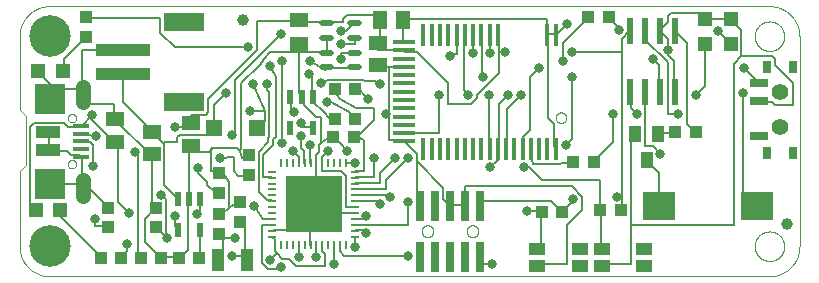
<source format=gtl>
G75*
%MOIN*%
%OFA0B0*%
%FSLAX25Y25*%
%IPPOS*%
%LPD*%
%AMOC8*
5,1,8,0,0,1.08239X$1,22.5*
%
%ADD10C,0.00000*%
%ADD11R,0.05906X0.04882*%
%ADD12R,0.03937X0.04331*%
%ADD13R,0.04724X0.04724*%
%ADD14R,0.04331X0.03937*%
%ADD15C,0.03937*%
%ADD16R,0.03937X0.03937*%
%ADD17C,0.13843*%
%ADD18R,0.09843X0.09843*%
%ADD19C,0.05150*%
%ADD20R,0.05315X0.01575*%
%ADD21R,0.07874X0.03937*%
%ADD22R,0.02165X0.04724*%
%ADD23R,0.05512X0.05512*%
%ADD24R,0.18110X0.03937*%
%ADD25R,0.13386X0.06299*%
%ADD26R,0.02953X0.00984*%
%ADD27R,0.00984X0.02953*%
%ADD28R,0.18504X0.18504*%
%ADD29R,0.04331X0.07480*%
%ADD30R,0.04882X0.05906*%
%ADD31R,0.01772X0.07283*%
%ADD32R,0.07283X0.01772*%
%ADD33C,0.02165*%
%ADD34R,0.06299X0.05118*%
%ADD35R,0.03937X0.05512*%
%ADD36R,0.10669X0.09488*%
%ADD37R,0.02992X0.10236*%
%ADD38R,0.02362X0.08661*%
%ADD39R,0.05512X0.04134*%
%ADD40R,0.05906X0.02756*%
%ADD41R,0.03150X0.03937*%
%ADD42C,0.05543*%
%ADD43C,0.00800*%
%ADD44C,0.03150*%
%ADD45C,0.00600*%
D10*
X0049095Y0045933D02*
X0289095Y0045933D01*
X0284174Y0055933D02*
X0284176Y0056073D01*
X0284182Y0056213D01*
X0284192Y0056352D01*
X0284206Y0056491D01*
X0284224Y0056630D01*
X0284245Y0056768D01*
X0284271Y0056906D01*
X0284301Y0057043D01*
X0284334Y0057178D01*
X0284372Y0057313D01*
X0284413Y0057447D01*
X0284458Y0057580D01*
X0284506Y0057711D01*
X0284559Y0057840D01*
X0284615Y0057969D01*
X0284674Y0058095D01*
X0284738Y0058220D01*
X0284804Y0058343D01*
X0284875Y0058464D01*
X0284948Y0058583D01*
X0285025Y0058700D01*
X0285106Y0058814D01*
X0285189Y0058926D01*
X0285276Y0059036D01*
X0285366Y0059144D01*
X0285458Y0059248D01*
X0285554Y0059350D01*
X0285653Y0059450D01*
X0285754Y0059546D01*
X0285858Y0059640D01*
X0285965Y0059730D01*
X0286074Y0059817D01*
X0286186Y0059902D01*
X0286300Y0059983D01*
X0286416Y0060061D01*
X0286534Y0060135D01*
X0286655Y0060206D01*
X0286777Y0060274D01*
X0286902Y0060338D01*
X0287028Y0060399D01*
X0287155Y0060456D01*
X0287285Y0060509D01*
X0287416Y0060559D01*
X0287548Y0060604D01*
X0287681Y0060647D01*
X0287816Y0060685D01*
X0287951Y0060719D01*
X0288088Y0060750D01*
X0288225Y0060777D01*
X0288363Y0060799D01*
X0288502Y0060818D01*
X0288641Y0060833D01*
X0288780Y0060844D01*
X0288920Y0060851D01*
X0289060Y0060854D01*
X0289200Y0060853D01*
X0289340Y0060848D01*
X0289479Y0060839D01*
X0289619Y0060826D01*
X0289758Y0060809D01*
X0289896Y0060788D01*
X0290034Y0060764D01*
X0290171Y0060735D01*
X0290307Y0060703D01*
X0290442Y0060666D01*
X0290576Y0060626D01*
X0290709Y0060582D01*
X0290840Y0060534D01*
X0290970Y0060483D01*
X0291099Y0060428D01*
X0291226Y0060369D01*
X0291351Y0060306D01*
X0291474Y0060241D01*
X0291596Y0060171D01*
X0291715Y0060098D01*
X0291833Y0060022D01*
X0291948Y0059943D01*
X0292061Y0059860D01*
X0292171Y0059774D01*
X0292279Y0059685D01*
X0292384Y0059593D01*
X0292487Y0059498D01*
X0292587Y0059400D01*
X0292684Y0059300D01*
X0292778Y0059196D01*
X0292870Y0059090D01*
X0292958Y0058982D01*
X0293043Y0058871D01*
X0293125Y0058757D01*
X0293204Y0058641D01*
X0293279Y0058524D01*
X0293351Y0058404D01*
X0293419Y0058282D01*
X0293484Y0058158D01*
X0293546Y0058032D01*
X0293604Y0057905D01*
X0293658Y0057776D01*
X0293709Y0057645D01*
X0293755Y0057513D01*
X0293798Y0057380D01*
X0293838Y0057246D01*
X0293873Y0057111D01*
X0293905Y0056974D01*
X0293932Y0056837D01*
X0293956Y0056699D01*
X0293976Y0056561D01*
X0293992Y0056422D01*
X0294004Y0056282D01*
X0294012Y0056143D01*
X0294016Y0056003D01*
X0294016Y0055863D01*
X0294012Y0055723D01*
X0294004Y0055584D01*
X0293992Y0055444D01*
X0293976Y0055305D01*
X0293956Y0055167D01*
X0293932Y0055029D01*
X0293905Y0054892D01*
X0293873Y0054755D01*
X0293838Y0054620D01*
X0293798Y0054486D01*
X0293755Y0054353D01*
X0293709Y0054221D01*
X0293658Y0054090D01*
X0293604Y0053961D01*
X0293546Y0053834D01*
X0293484Y0053708D01*
X0293419Y0053584D01*
X0293351Y0053462D01*
X0293279Y0053342D01*
X0293204Y0053225D01*
X0293125Y0053109D01*
X0293043Y0052995D01*
X0292958Y0052884D01*
X0292870Y0052776D01*
X0292778Y0052670D01*
X0292684Y0052566D01*
X0292587Y0052466D01*
X0292487Y0052368D01*
X0292384Y0052273D01*
X0292279Y0052181D01*
X0292171Y0052092D01*
X0292061Y0052006D01*
X0291948Y0051923D01*
X0291833Y0051844D01*
X0291715Y0051768D01*
X0291596Y0051695D01*
X0291474Y0051625D01*
X0291351Y0051560D01*
X0291226Y0051497D01*
X0291099Y0051438D01*
X0290970Y0051383D01*
X0290840Y0051332D01*
X0290709Y0051284D01*
X0290576Y0051240D01*
X0290442Y0051200D01*
X0290307Y0051163D01*
X0290171Y0051131D01*
X0290034Y0051102D01*
X0289896Y0051078D01*
X0289758Y0051057D01*
X0289619Y0051040D01*
X0289479Y0051027D01*
X0289340Y0051018D01*
X0289200Y0051013D01*
X0289060Y0051012D01*
X0288920Y0051015D01*
X0288780Y0051022D01*
X0288641Y0051033D01*
X0288502Y0051048D01*
X0288363Y0051067D01*
X0288225Y0051089D01*
X0288088Y0051116D01*
X0287951Y0051147D01*
X0287816Y0051181D01*
X0287681Y0051219D01*
X0287548Y0051262D01*
X0287416Y0051307D01*
X0287285Y0051357D01*
X0287155Y0051410D01*
X0287028Y0051467D01*
X0286902Y0051528D01*
X0286777Y0051592D01*
X0286655Y0051660D01*
X0286534Y0051731D01*
X0286416Y0051805D01*
X0286300Y0051883D01*
X0286186Y0051964D01*
X0286074Y0052049D01*
X0285965Y0052136D01*
X0285858Y0052226D01*
X0285754Y0052320D01*
X0285653Y0052416D01*
X0285554Y0052516D01*
X0285458Y0052618D01*
X0285366Y0052722D01*
X0285276Y0052830D01*
X0285189Y0052940D01*
X0285106Y0053052D01*
X0285025Y0053166D01*
X0284948Y0053283D01*
X0284875Y0053402D01*
X0284804Y0053523D01*
X0284738Y0053646D01*
X0284674Y0053771D01*
X0284615Y0053897D01*
X0284559Y0054026D01*
X0284506Y0054155D01*
X0284458Y0054286D01*
X0284413Y0054419D01*
X0284372Y0054553D01*
X0284334Y0054688D01*
X0284301Y0054823D01*
X0284271Y0054960D01*
X0284245Y0055098D01*
X0284224Y0055236D01*
X0284206Y0055375D01*
X0284192Y0055514D01*
X0284182Y0055653D01*
X0284176Y0055793D01*
X0284174Y0055933D01*
X0289095Y0045933D02*
X0289337Y0045936D01*
X0289578Y0045945D01*
X0289819Y0045959D01*
X0290060Y0045980D01*
X0290300Y0046006D01*
X0290540Y0046038D01*
X0290779Y0046076D01*
X0291016Y0046119D01*
X0291253Y0046169D01*
X0291488Y0046224D01*
X0291722Y0046284D01*
X0291954Y0046351D01*
X0292185Y0046422D01*
X0292414Y0046500D01*
X0292641Y0046583D01*
X0292866Y0046671D01*
X0293089Y0046765D01*
X0293309Y0046864D01*
X0293527Y0046969D01*
X0293742Y0047078D01*
X0293955Y0047193D01*
X0294165Y0047313D01*
X0294371Y0047438D01*
X0294575Y0047568D01*
X0294776Y0047703D01*
X0294973Y0047843D01*
X0295167Y0047987D01*
X0295357Y0048136D01*
X0295543Y0048290D01*
X0295726Y0048448D01*
X0295905Y0048610D01*
X0296080Y0048777D01*
X0296251Y0048948D01*
X0296418Y0049123D01*
X0296580Y0049302D01*
X0296738Y0049485D01*
X0296892Y0049671D01*
X0297041Y0049861D01*
X0297185Y0050055D01*
X0297325Y0050252D01*
X0297460Y0050453D01*
X0297590Y0050657D01*
X0297715Y0050863D01*
X0297835Y0051073D01*
X0297950Y0051286D01*
X0298059Y0051501D01*
X0298164Y0051719D01*
X0298263Y0051939D01*
X0298357Y0052162D01*
X0298445Y0052387D01*
X0298528Y0052614D01*
X0298606Y0052843D01*
X0298677Y0053074D01*
X0298744Y0053306D01*
X0298804Y0053540D01*
X0298859Y0053775D01*
X0298909Y0054012D01*
X0298952Y0054249D01*
X0298990Y0054488D01*
X0299022Y0054728D01*
X0299048Y0054968D01*
X0299069Y0055209D01*
X0299083Y0055450D01*
X0299092Y0055691D01*
X0299095Y0055933D01*
X0299095Y0125933D01*
X0284174Y0125933D02*
X0284176Y0126073D01*
X0284182Y0126213D01*
X0284192Y0126352D01*
X0284206Y0126491D01*
X0284224Y0126630D01*
X0284245Y0126768D01*
X0284271Y0126906D01*
X0284301Y0127043D01*
X0284334Y0127178D01*
X0284372Y0127313D01*
X0284413Y0127447D01*
X0284458Y0127580D01*
X0284506Y0127711D01*
X0284559Y0127840D01*
X0284615Y0127969D01*
X0284674Y0128095D01*
X0284738Y0128220D01*
X0284804Y0128343D01*
X0284875Y0128464D01*
X0284948Y0128583D01*
X0285025Y0128700D01*
X0285106Y0128814D01*
X0285189Y0128926D01*
X0285276Y0129036D01*
X0285366Y0129144D01*
X0285458Y0129248D01*
X0285554Y0129350D01*
X0285653Y0129450D01*
X0285754Y0129546D01*
X0285858Y0129640D01*
X0285965Y0129730D01*
X0286074Y0129817D01*
X0286186Y0129902D01*
X0286300Y0129983D01*
X0286416Y0130061D01*
X0286534Y0130135D01*
X0286655Y0130206D01*
X0286777Y0130274D01*
X0286902Y0130338D01*
X0287028Y0130399D01*
X0287155Y0130456D01*
X0287285Y0130509D01*
X0287416Y0130559D01*
X0287548Y0130604D01*
X0287681Y0130647D01*
X0287816Y0130685D01*
X0287951Y0130719D01*
X0288088Y0130750D01*
X0288225Y0130777D01*
X0288363Y0130799D01*
X0288502Y0130818D01*
X0288641Y0130833D01*
X0288780Y0130844D01*
X0288920Y0130851D01*
X0289060Y0130854D01*
X0289200Y0130853D01*
X0289340Y0130848D01*
X0289479Y0130839D01*
X0289619Y0130826D01*
X0289758Y0130809D01*
X0289896Y0130788D01*
X0290034Y0130764D01*
X0290171Y0130735D01*
X0290307Y0130703D01*
X0290442Y0130666D01*
X0290576Y0130626D01*
X0290709Y0130582D01*
X0290840Y0130534D01*
X0290970Y0130483D01*
X0291099Y0130428D01*
X0291226Y0130369D01*
X0291351Y0130306D01*
X0291474Y0130241D01*
X0291596Y0130171D01*
X0291715Y0130098D01*
X0291833Y0130022D01*
X0291948Y0129943D01*
X0292061Y0129860D01*
X0292171Y0129774D01*
X0292279Y0129685D01*
X0292384Y0129593D01*
X0292487Y0129498D01*
X0292587Y0129400D01*
X0292684Y0129300D01*
X0292778Y0129196D01*
X0292870Y0129090D01*
X0292958Y0128982D01*
X0293043Y0128871D01*
X0293125Y0128757D01*
X0293204Y0128641D01*
X0293279Y0128524D01*
X0293351Y0128404D01*
X0293419Y0128282D01*
X0293484Y0128158D01*
X0293546Y0128032D01*
X0293604Y0127905D01*
X0293658Y0127776D01*
X0293709Y0127645D01*
X0293755Y0127513D01*
X0293798Y0127380D01*
X0293838Y0127246D01*
X0293873Y0127111D01*
X0293905Y0126974D01*
X0293932Y0126837D01*
X0293956Y0126699D01*
X0293976Y0126561D01*
X0293992Y0126422D01*
X0294004Y0126282D01*
X0294012Y0126143D01*
X0294016Y0126003D01*
X0294016Y0125863D01*
X0294012Y0125723D01*
X0294004Y0125584D01*
X0293992Y0125444D01*
X0293976Y0125305D01*
X0293956Y0125167D01*
X0293932Y0125029D01*
X0293905Y0124892D01*
X0293873Y0124755D01*
X0293838Y0124620D01*
X0293798Y0124486D01*
X0293755Y0124353D01*
X0293709Y0124221D01*
X0293658Y0124090D01*
X0293604Y0123961D01*
X0293546Y0123834D01*
X0293484Y0123708D01*
X0293419Y0123584D01*
X0293351Y0123462D01*
X0293279Y0123342D01*
X0293204Y0123225D01*
X0293125Y0123109D01*
X0293043Y0122995D01*
X0292958Y0122884D01*
X0292870Y0122776D01*
X0292778Y0122670D01*
X0292684Y0122566D01*
X0292587Y0122466D01*
X0292487Y0122368D01*
X0292384Y0122273D01*
X0292279Y0122181D01*
X0292171Y0122092D01*
X0292061Y0122006D01*
X0291948Y0121923D01*
X0291833Y0121844D01*
X0291715Y0121768D01*
X0291596Y0121695D01*
X0291474Y0121625D01*
X0291351Y0121560D01*
X0291226Y0121497D01*
X0291099Y0121438D01*
X0290970Y0121383D01*
X0290840Y0121332D01*
X0290709Y0121284D01*
X0290576Y0121240D01*
X0290442Y0121200D01*
X0290307Y0121163D01*
X0290171Y0121131D01*
X0290034Y0121102D01*
X0289896Y0121078D01*
X0289758Y0121057D01*
X0289619Y0121040D01*
X0289479Y0121027D01*
X0289340Y0121018D01*
X0289200Y0121013D01*
X0289060Y0121012D01*
X0288920Y0121015D01*
X0288780Y0121022D01*
X0288641Y0121033D01*
X0288502Y0121048D01*
X0288363Y0121067D01*
X0288225Y0121089D01*
X0288088Y0121116D01*
X0287951Y0121147D01*
X0287816Y0121181D01*
X0287681Y0121219D01*
X0287548Y0121262D01*
X0287416Y0121307D01*
X0287285Y0121357D01*
X0287155Y0121410D01*
X0287028Y0121467D01*
X0286902Y0121528D01*
X0286777Y0121592D01*
X0286655Y0121660D01*
X0286534Y0121731D01*
X0286416Y0121805D01*
X0286300Y0121883D01*
X0286186Y0121964D01*
X0286074Y0122049D01*
X0285965Y0122136D01*
X0285858Y0122226D01*
X0285754Y0122320D01*
X0285653Y0122416D01*
X0285554Y0122516D01*
X0285458Y0122618D01*
X0285366Y0122722D01*
X0285276Y0122830D01*
X0285189Y0122940D01*
X0285106Y0123052D01*
X0285025Y0123166D01*
X0284948Y0123283D01*
X0284875Y0123402D01*
X0284804Y0123523D01*
X0284738Y0123646D01*
X0284674Y0123771D01*
X0284615Y0123897D01*
X0284559Y0124026D01*
X0284506Y0124155D01*
X0284458Y0124286D01*
X0284413Y0124419D01*
X0284372Y0124553D01*
X0284334Y0124688D01*
X0284301Y0124823D01*
X0284271Y0124960D01*
X0284245Y0125098D01*
X0284224Y0125236D01*
X0284206Y0125375D01*
X0284192Y0125514D01*
X0284182Y0125653D01*
X0284176Y0125793D01*
X0284174Y0125933D01*
X0289095Y0135933D02*
X0289337Y0135930D01*
X0289578Y0135921D01*
X0289819Y0135907D01*
X0290060Y0135886D01*
X0290300Y0135860D01*
X0290540Y0135828D01*
X0290779Y0135790D01*
X0291016Y0135747D01*
X0291253Y0135697D01*
X0291488Y0135642D01*
X0291722Y0135582D01*
X0291954Y0135515D01*
X0292185Y0135444D01*
X0292414Y0135366D01*
X0292641Y0135283D01*
X0292866Y0135195D01*
X0293089Y0135101D01*
X0293309Y0135002D01*
X0293527Y0134897D01*
X0293742Y0134788D01*
X0293955Y0134673D01*
X0294165Y0134553D01*
X0294371Y0134428D01*
X0294575Y0134298D01*
X0294776Y0134163D01*
X0294973Y0134023D01*
X0295167Y0133879D01*
X0295357Y0133730D01*
X0295543Y0133576D01*
X0295726Y0133418D01*
X0295905Y0133256D01*
X0296080Y0133089D01*
X0296251Y0132918D01*
X0296418Y0132743D01*
X0296580Y0132564D01*
X0296738Y0132381D01*
X0296892Y0132195D01*
X0297041Y0132005D01*
X0297185Y0131811D01*
X0297325Y0131614D01*
X0297460Y0131413D01*
X0297590Y0131209D01*
X0297715Y0131003D01*
X0297835Y0130793D01*
X0297950Y0130580D01*
X0298059Y0130365D01*
X0298164Y0130147D01*
X0298263Y0129927D01*
X0298357Y0129704D01*
X0298445Y0129479D01*
X0298528Y0129252D01*
X0298606Y0129023D01*
X0298677Y0128792D01*
X0298744Y0128560D01*
X0298804Y0128326D01*
X0298859Y0128091D01*
X0298909Y0127854D01*
X0298952Y0127617D01*
X0298990Y0127378D01*
X0299022Y0127138D01*
X0299048Y0126898D01*
X0299069Y0126657D01*
X0299083Y0126416D01*
X0299092Y0126175D01*
X0299095Y0125933D01*
X0289095Y0135933D02*
X0049095Y0135933D01*
X0048853Y0135930D01*
X0048612Y0135921D01*
X0048371Y0135907D01*
X0048130Y0135886D01*
X0047890Y0135860D01*
X0047650Y0135828D01*
X0047411Y0135790D01*
X0047174Y0135747D01*
X0046937Y0135697D01*
X0046702Y0135642D01*
X0046468Y0135582D01*
X0046236Y0135515D01*
X0046005Y0135444D01*
X0045776Y0135366D01*
X0045549Y0135283D01*
X0045324Y0135195D01*
X0045101Y0135101D01*
X0044881Y0135002D01*
X0044663Y0134897D01*
X0044448Y0134788D01*
X0044235Y0134673D01*
X0044025Y0134553D01*
X0043819Y0134428D01*
X0043615Y0134298D01*
X0043414Y0134163D01*
X0043217Y0134023D01*
X0043023Y0133879D01*
X0042833Y0133730D01*
X0042647Y0133576D01*
X0042464Y0133418D01*
X0042285Y0133256D01*
X0042110Y0133089D01*
X0041939Y0132918D01*
X0041772Y0132743D01*
X0041610Y0132564D01*
X0041452Y0132381D01*
X0041298Y0132195D01*
X0041149Y0132005D01*
X0041005Y0131811D01*
X0040865Y0131614D01*
X0040730Y0131413D01*
X0040600Y0131209D01*
X0040475Y0131003D01*
X0040355Y0130793D01*
X0040240Y0130580D01*
X0040131Y0130365D01*
X0040026Y0130147D01*
X0039927Y0129927D01*
X0039833Y0129704D01*
X0039745Y0129479D01*
X0039662Y0129252D01*
X0039584Y0129023D01*
X0039513Y0128792D01*
X0039446Y0128560D01*
X0039386Y0128326D01*
X0039331Y0128091D01*
X0039281Y0127854D01*
X0039238Y0127617D01*
X0039200Y0127378D01*
X0039168Y0127138D01*
X0039142Y0126898D01*
X0039121Y0126657D01*
X0039107Y0126416D01*
X0039098Y0126175D01*
X0039095Y0125933D01*
X0039095Y0101433D01*
X0041095Y0099433D01*
X0041095Y0082933D01*
X0039095Y0080933D01*
X0039095Y0055933D01*
X0039098Y0055691D01*
X0039107Y0055450D01*
X0039121Y0055209D01*
X0039142Y0054968D01*
X0039168Y0054728D01*
X0039200Y0054488D01*
X0039238Y0054249D01*
X0039281Y0054012D01*
X0039331Y0053775D01*
X0039386Y0053540D01*
X0039446Y0053306D01*
X0039513Y0053074D01*
X0039584Y0052843D01*
X0039662Y0052614D01*
X0039745Y0052387D01*
X0039833Y0052162D01*
X0039927Y0051939D01*
X0040026Y0051719D01*
X0040131Y0051501D01*
X0040240Y0051286D01*
X0040355Y0051073D01*
X0040475Y0050863D01*
X0040600Y0050657D01*
X0040730Y0050453D01*
X0040865Y0050252D01*
X0041005Y0050055D01*
X0041149Y0049861D01*
X0041298Y0049671D01*
X0041452Y0049485D01*
X0041610Y0049302D01*
X0041772Y0049123D01*
X0041939Y0048948D01*
X0042110Y0048777D01*
X0042285Y0048610D01*
X0042464Y0048448D01*
X0042647Y0048290D01*
X0042833Y0048136D01*
X0043023Y0047987D01*
X0043217Y0047843D01*
X0043414Y0047703D01*
X0043615Y0047568D01*
X0043819Y0047438D01*
X0044025Y0047313D01*
X0044235Y0047193D01*
X0044448Y0047078D01*
X0044663Y0046969D01*
X0044881Y0046864D01*
X0045101Y0046765D01*
X0045324Y0046671D01*
X0045549Y0046583D01*
X0045776Y0046500D01*
X0046005Y0046422D01*
X0046236Y0046351D01*
X0046468Y0046284D01*
X0046702Y0046224D01*
X0046937Y0046169D01*
X0047174Y0046119D01*
X0047411Y0046076D01*
X0047650Y0046038D01*
X0047890Y0046006D01*
X0048130Y0045980D01*
X0048371Y0045959D01*
X0048612Y0045945D01*
X0048853Y0045936D01*
X0049095Y0045933D01*
X0047934Y0074988D02*
X0050296Y0074988D01*
X0050373Y0075000D01*
X0050449Y0075015D01*
X0050525Y0075034D01*
X0050599Y0075057D01*
X0050673Y0075083D01*
X0050744Y0075113D01*
X0050815Y0075147D01*
X0050883Y0075183D01*
X0050950Y0075224D01*
X0051015Y0075267D01*
X0051077Y0075313D01*
X0051138Y0075363D01*
X0051195Y0075415D01*
X0051250Y0075471D01*
X0051302Y0075528D01*
X0051352Y0075589D01*
X0051398Y0075651D01*
X0051441Y0075716D01*
X0051481Y0075783D01*
X0051518Y0075852D01*
X0051551Y0075922D01*
X0051581Y0075994D01*
X0051607Y0076068D01*
X0051629Y0076142D01*
X0051648Y0076218D01*
X0051663Y0076294D01*
X0051674Y0076371D01*
X0051682Y0076449D01*
X0051686Y0076527D01*
X0051685Y0076605D01*
X0051682Y0076682D01*
X0051674Y0076760D01*
X0051682Y0076838D01*
X0051685Y0076915D01*
X0051686Y0076993D01*
X0051682Y0077071D01*
X0051674Y0077149D01*
X0051663Y0077226D01*
X0051648Y0077302D01*
X0051629Y0077378D01*
X0051607Y0077452D01*
X0051581Y0077526D01*
X0051551Y0077598D01*
X0051518Y0077668D01*
X0051481Y0077737D01*
X0051441Y0077804D01*
X0051398Y0077869D01*
X0051352Y0077931D01*
X0051302Y0077992D01*
X0051250Y0078049D01*
X0051195Y0078105D01*
X0051138Y0078157D01*
X0051077Y0078207D01*
X0051015Y0078253D01*
X0050950Y0078296D01*
X0050883Y0078337D01*
X0050815Y0078373D01*
X0050744Y0078407D01*
X0050673Y0078437D01*
X0050599Y0078463D01*
X0050525Y0078486D01*
X0050449Y0078505D01*
X0050373Y0078520D01*
X0050296Y0078532D01*
X0050296Y0078531D02*
X0047934Y0078531D01*
X0047934Y0078532D02*
X0047857Y0078520D01*
X0047781Y0078505D01*
X0047705Y0078486D01*
X0047631Y0078463D01*
X0047557Y0078437D01*
X0047486Y0078407D01*
X0047415Y0078373D01*
X0047347Y0078337D01*
X0047280Y0078296D01*
X0047215Y0078253D01*
X0047153Y0078207D01*
X0047092Y0078157D01*
X0047035Y0078105D01*
X0046980Y0078049D01*
X0046928Y0077992D01*
X0046878Y0077931D01*
X0046832Y0077869D01*
X0046789Y0077804D01*
X0046749Y0077737D01*
X0046712Y0077668D01*
X0046679Y0077598D01*
X0046649Y0077526D01*
X0046623Y0077452D01*
X0046601Y0077378D01*
X0046582Y0077302D01*
X0046567Y0077226D01*
X0046556Y0077149D01*
X0046548Y0077071D01*
X0046544Y0076993D01*
X0046545Y0076915D01*
X0046548Y0076838D01*
X0046556Y0076760D01*
X0046548Y0076682D01*
X0046545Y0076605D01*
X0046544Y0076527D01*
X0046548Y0076449D01*
X0046556Y0076371D01*
X0046567Y0076294D01*
X0046582Y0076218D01*
X0046601Y0076142D01*
X0046623Y0076068D01*
X0046649Y0075994D01*
X0046679Y0075922D01*
X0046712Y0075852D01*
X0046749Y0075783D01*
X0046789Y0075716D01*
X0046832Y0075651D01*
X0046878Y0075589D01*
X0046928Y0075528D01*
X0046980Y0075471D01*
X0047035Y0075415D01*
X0047092Y0075363D01*
X0047153Y0075313D01*
X0047215Y0075267D01*
X0047280Y0075224D01*
X0047347Y0075183D01*
X0047415Y0075147D01*
X0047486Y0075113D01*
X0047557Y0075083D01*
X0047631Y0075057D01*
X0047705Y0075034D01*
X0047781Y0075015D01*
X0047857Y0075000D01*
X0047934Y0074988D01*
X0055217Y0083256D02*
X0055219Y0083330D01*
X0055225Y0083404D01*
X0055235Y0083477D01*
X0055249Y0083550D01*
X0055266Y0083622D01*
X0055288Y0083692D01*
X0055313Y0083762D01*
X0055342Y0083830D01*
X0055375Y0083896D01*
X0055411Y0083961D01*
X0055451Y0084023D01*
X0055493Y0084084D01*
X0055539Y0084142D01*
X0055588Y0084197D01*
X0055640Y0084250D01*
X0055695Y0084300D01*
X0055752Y0084346D01*
X0055812Y0084390D01*
X0055874Y0084430D01*
X0055938Y0084467D01*
X0056004Y0084501D01*
X0056072Y0084531D01*
X0056141Y0084557D01*
X0056212Y0084580D01*
X0056283Y0084598D01*
X0056356Y0084613D01*
X0056429Y0084624D01*
X0056503Y0084631D01*
X0056577Y0084634D01*
X0056650Y0084633D01*
X0056724Y0084628D01*
X0056798Y0084619D01*
X0056871Y0084606D01*
X0056943Y0084589D01*
X0057014Y0084569D01*
X0057084Y0084544D01*
X0057152Y0084516D01*
X0057219Y0084485D01*
X0057284Y0084449D01*
X0057347Y0084411D01*
X0057408Y0084369D01*
X0057467Y0084323D01*
X0057523Y0084275D01*
X0057576Y0084224D01*
X0057626Y0084170D01*
X0057674Y0084113D01*
X0057718Y0084054D01*
X0057760Y0083992D01*
X0057798Y0083929D01*
X0057832Y0083863D01*
X0057863Y0083796D01*
X0057890Y0083727D01*
X0057913Y0083657D01*
X0057933Y0083586D01*
X0057949Y0083513D01*
X0057961Y0083440D01*
X0057969Y0083367D01*
X0057973Y0083293D01*
X0057973Y0083219D01*
X0057969Y0083145D01*
X0057961Y0083072D01*
X0057949Y0082999D01*
X0057933Y0082926D01*
X0057913Y0082855D01*
X0057890Y0082785D01*
X0057863Y0082716D01*
X0057832Y0082649D01*
X0057798Y0082583D01*
X0057760Y0082520D01*
X0057718Y0082458D01*
X0057674Y0082399D01*
X0057626Y0082342D01*
X0057576Y0082288D01*
X0057523Y0082237D01*
X0057467Y0082189D01*
X0057408Y0082143D01*
X0057347Y0082101D01*
X0057284Y0082063D01*
X0057219Y0082027D01*
X0057152Y0081996D01*
X0057084Y0081968D01*
X0057014Y0081943D01*
X0056943Y0081923D01*
X0056871Y0081906D01*
X0056798Y0081893D01*
X0056724Y0081884D01*
X0056650Y0081879D01*
X0056577Y0081878D01*
X0056503Y0081881D01*
X0056429Y0081888D01*
X0056356Y0081899D01*
X0056283Y0081914D01*
X0056212Y0081932D01*
X0056141Y0081955D01*
X0056072Y0081981D01*
X0056004Y0082011D01*
X0055938Y0082045D01*
X0055874Y0082082D01*
X0055812Y0082122D01*
X0055752Y0082166D01*
X0055695Y0082212D01*
X0055640Y0082262D01*
X0055588Y0082315D01*
X0055539Y0082370D01*
X0055493Y0082428D01*
X0055451Y0082489D01*
X0055411Y0082551D01*
X0055375Y0082616D01*
X0055342Y0082682D01*
X0055313Y0082750D01*
X0055288Y0082820D01*
X0055266Y0082890D01*
X0055249Y0082962D01*
X0055235Y0083035D01*
X0055225Y0083108D01*
X0055219Y0083182D01*
X0055217Y0083256D01*
X0055217Y0098610D02*
X0055219Y0098684D01*
X0055225Y0098758D01*
X0055235Y0098831D01*
X0055249Y0098904D01*
X0055266Y0098976D01*
X0055288Y0099046D01*
X0055313Y0099116D01*
X0055342Y0099184D01*
X0055375Y0099250D01*
X0055411Y0099315D01*
X0055451Y0099377D01*
X0055493Y0099438D01*
X0055539Y0099496D01*
X0055588Y0099551D01*
X0055640Y0099604D01*
X0055695Y0099654D01*
X0055752Y0099700D01*
X0055812Y0099744D01*
X0055874Y0099784D01*
X0055938Y0099821D01*
X0056004Y0099855D01*
X0056072Y0099885D01*
X0056141Y0099911D01*
X0056212Y0099934D01*
X0056283Y0099952D01*
X0056356Y0099967D01*
X0056429Y0099978D01*
X0056503Y0099985D01*
X0056577Y0099988D01*
X0056650Y0099987D01*
X0056724Y0099982D01*
X0056798Y0099973D01*
X0056871Y0099960D01*
X0056943Y0099943D01*
X0057014Y0099923D01*
X0057084Y0099898D01*
X0057152Y0099870D01*
X0057219Y0099839D01*
X0057284Y0099803D01*
X0057347Y0099765D01*
X0057408Y0099723D01*
X0057467Y0099677D01*
X0057523Y0099629D01*
X0057576Y0099578D01*
X0057626Y0099524D01*
X0057674Y0099467D01*
X0057718Y0099408D01*
X0057760Y0099346D01*
X0057798Y0099283D01*
X0057832Y0099217D01*
X0057863Y0099150D01*
X0057890Y0099081D01*
X0057913Y0099011D01*
X0057933Y0098940D01*
X0057949Y0098867D01*
X0057961Y0098794D01*
X0057969Y0098721D01*
X0057973Y0098647D01*
X0057973Y0098573D01*
X0057969Y0098499D01*
X0057961Y0098426D01*
X0057949Y0098353D01*
X0057933Y0098280D01*
X0057913Y0098209D01*
X0057890Y0098139D01*
X0057863Y0098070D01*
X0057832Y0098003D01*
X0057798Y0097937D01*
X0057760Y0097874D01*
X0057718Y0097812D01*
X0057674Y0097753D01*
X0057626Y0097696D01*
X0057576Y0097642D01*
X0057523Y0097591D01*
X0057467Y0097543D01*
X0057408Y0097497D01*
X0057347Y0097455D01*
X0057284Y0097417D01*
X0057219Y0097381D01*
X0057152Y0097350D01*
X0057084Y0097322D01*
X0057014Y0097297D01*
X0056943Y0097277D01*
X0056871Y0097260D01*
X0056798Y0097247D01*
X0056724Y0097238D01*
X0056650Y0097233D01*
X0056577Y0097232D01*
X0056503Y0097235D01*
X0056429Y0097242D01*
X0056356Y0097253D01*
X0056283Y0097268D01*
X0056212Y0097286D01*
X0056141Y0097309D01*
X0056072Y0097335D01*
X0056004Y0097365D01*
X0055938Y0097399D01*
X0055874Y0097436D01*
X0055812Y0097476D01*
X0055752Y0097520D01*
X0055695Y0097566D01*
X0055640Y0097616D01*
X0055588Y0097669D01*
X0055539Y0097724D01*
X0055493Y0097782D01*
X0055451Y0097843D01*
X0055411Y0097905D01*
X0055375Y0097970D01*
X0055342Y0098036D01*
X0055313Y0098104D01*
X0055288Y0098174D01*
X0055266Y0098244D01*
X0055249Y0098316D01*
X0055235Y0098389D01*
X0055225Y0098462D01*
X0055219Y0098536D01*
X0055217Y0098610D01*
X0050296Y0103335D02*
X0048131Y0103335D01*
X0048130Y0103334D02*
X0048056Y0103331D01*
X0047981Y0103332D01*
X0047906Y0103336D01*
X0047831Y0103345D01*
X0047757Y0103357D01*
X0047684Y0103373D01*
X0047611Y0103392D01*
X0047540Y0103415D01*
X0047470Y0103442D01*
X0047401Y0103472D01*
X0047334Y0103506D01*
X0047269Y0103543D01*
X0047206Y0103583D01*
X0047145Y0103626D01*
X0047086Y0103673D01*
X0047030Y0103722D01*
X0046976Y0103774D01*
X0046925Y0103829D01*
X0046876Y0103887D01*
X0046831Y0103946D01*
X0046789Y0104008D01*
X0046750Y0104072D01*
X0046714Y0104138D01*
X0046681Y0104206D01*
X0046652Y0104275D01*
X0046627Y0104346D01*
X0046605Y0104417D01*
X0046587Y0104490D01*
X0046573Y0104564D01*
X0046562Y0104638D01*
X0046555Y0104713D01*
X0046556Y0104713D02*
X0046556Y0105500D01*
X0046555Y0105500D02*
X0046562Y0105575D01*
X0046573Y0105649D01*
X0046587Y0105723D01*
X0046605Y0105796D01*
X0046627Y0105867D01*
X0046652Y0105938D01*
X0046681Y0106007D01*
X0046714Y0106075D01*
X0046750Y0106141D01*
X0046789Y0106205D01*
X0046831Y0106267D01*
X0046876Y0106326D01*
X0046925Y0106384D01*
X0046976Y0106439D01*
X0047030Y0106491D01*
X0047086Y0106540D01*
X0047145Y0106587D01*
X0047206Y0106630D01*
X0047269Y0106670D01*
X0047334Y0106707D01*
X0047401Y0106741D01*
X0047470Y0106771D01*
X0047540Y0106798D01*
X0047611Y0106821D01*
X0047684Y0106840D01*
X0047757Y0106856D01*
X0047831Y0106868D01*
X0047906Y0106877D01*
X0047981Y0106881D01*
X0048056Y0106882D01*
X0048130Y0106879D01*
X0048131Y0106878D02*
X0050296Y0106878D01*
X0050368Y0106876D01*
X0050440Y0106870D01*
X0050512Y0106861D01*
X0050583Y0106848D01*
X0050653Y0106831D01*
X0050722Y0106811D01*
X0050790Y0106786D01*
X0050856Y0106759D01*
X0050922Y0106728D01*
X0050985Y0106693D01*
X0051047Y0106656D01*
X0051106Y0106615D01*
X0051163Y0106571D01*
X0051218Y0106524D01*
X0051270Y0106474D01*
X0051320Y0106422D01*
X0051367Y0106367D01*
X0051411Y0106310D01*
X0051452Y0106251D01*
X0051489Y0106189D01*
X0051524Y0106126D01*
X0051555Y0106060D01*
X0051582Y0105994D01*
X0051607Y0105926D01*
X0051627Y0105857D01*
X0051644Y0105787D01*
X0051657Y0105716D01*
X0051666Y0105644D01*
X0051672Y0105572D01*
X0051674Y0105500D01*
X0051674Y0104713D01*
X0051672Y0104641D01*
X0051666Y0104569D01*
X0051657Y0104497D01*
X0051644Y0104426D01*
X0051627Y0104356D01*
X0051607Y0104287D01*
X0051582Y0104219D01*
X0051555Y0104153D01*
X0051524Y0104087D01*
X0051489Y0104024D01*
X0051452Y0103962D01*
X0051411Y0103903D01*
X0051367Y0103846D01*
X0051320Y0103791D01*
X0051270Y0103739D01*
X0051218Y0103689D01*
X0051163Y0103642D01*
X0051106Y0103598D01*
X0051047Y0103557D01*
X0050985Y0103520D01*
X0050922Y0103485D01*
X0050856Y0103454D01*
X0050790Y0103427D01*
X0050722Y0103402D01*
X0050653Y0103382D01*
X0050583Y0103365D01*
X0050512Y0103352D01*
X0050440Y0103343D01*
X0050368Y0103337D01*
X0050296Y0103335D01*
X0173126Y0060933D02*
X0173128Y0061021D01*
X0173134Y0061109D01*
X0173144Y0061197D01*
X0173158Y0061285D01*
X0173175Y0061371D01*
X0173197Y0061457D01*
X0173222Y0061541D01*
X0173252Y0061625D01*
X0173284Y0061707D01*
X0173321Y0061787D01*
X0173361Y0061866D01*
X0173405Y0061943D01*
X0173452Y0062018D01*
X0173502Y0062090D01*
X0173556Y0062161D01*
X0173612Y0062228D01*
X0173672Y0062294D01*
X0173734Y0062356D01*
X0173800Y0062416D01*
X0173867Y0062472D01*
X0173938Y0062526D01*
X0174010Y0062576D01*
X0174085Y0062623D01*
X0174162Y0062667D01*
X0174241Y0062707D01*
X0174321Y0062744D01*
X0174403Y0062776D01*
X0174487Y0062806D01*
X0174571Y0062831D01*
X0174657Y0062853D01*
X0174743Y0062870D01*
X0174831Y0062884D01*
X0174919Y0062894D01*
X0175007Y0062900D01*
X0175095Y0062902D01*
X0175183Y0062900D01*
X0175271Y0062894D01*
X0175359Y0062884D01*
X0175447Y0062870D01*
X0175533Y0062853D01*
X0175619Y0062831D01*
X0175703Y0062806D01*
X0175787Y0062776D01*
X0175869Y0062744D01*
X0175949Y0062707D01*
X0176028Y0062667D01*
X0176105Y0062623D01*
X0176180Y0062576D01*
X0176252Y0062526D01*
X0176323Y0062472D01*
X0176390Y0062416D01*
X0176456Y0062356D01*
X0176518Y0062294D01*
X0176578Y0062228D01*
X0176634Y0062161D01*
X0176688Y0062090D01*
X0176738Y0062018D01*
X0176785Y0061943D01*
X0176829Y0061866D01*
X0176869Y0061787D01*
X0176906Y0061707D01*
X0176938Y0061625D01*
X0176968Y0061541D01*
X0176993Y0061457D01*
X0177015Y0061371D01*
X0177032Y0061285D01*
X0177046Y0061197D01*
X0177056Y0061109D01*
X0177062Y0061021D01*
X0177064Y0060933D01*
X0177062Y0060845D01*
X0177056Y0060757D01*
X0177046Y0060669D01*
X0177032Y0060581D01*
X0177015Y0060495D01*
X0176993Y0060409D01*
X0176968Y0060325D01*
X0176938Y0060241D01*
X0176906Y0060159D01*
X0176869Y0060079D01*
X0176829Y0060000D01*
X0176785Y0059923D01*
X0176738Y0059848D01*
X0176688Y0059776D01*
X0176634Y0059705D01*
X0176578Y0059638D01*
X0176518Y0059572D01*
X0176456Y0059510D01*
X0176390Y0059450D01*
X0176323Y0059394D01*
X0176252Y0059340D01*
X0176180Y0059290D01*
X0176105Y0059243D01*
X0176028Y0059199D01*
X0175949Y0059159D01*
X0175869Y0059122D01*
X0175787Y0059090D01*
X0175703Y0059060D01*
X0175619Y0059035D01*
X0175533Y0059013D01*
X0175447Y0058996D01*
X0175359Y0058982D01*
X0175271Y0058972D01*
X0175183Y0058966D01*
X0175095Y0058964D01*
X0175007Y0058966D01*
X0174919Y0058972D01*
X0174831Y0058982D01*
X0174743Y0058996D01*
X0174657Y0059013D01*
X0174571Y0059035D01*
X0174487Y0059060D01*
X0174403Y0059090D01*
X0174321Y0059122D01*
X0174241Y0059159D01*
X0174162Y0059199D01*
X0174085Y0059243D01*
X0174010Y0059290D01*
X0173938Y0059340D01*
X0173867Y0059394D01*
X0173800Y0059450D01*
X0173734Y0059510D01*
X0173672Y0059572D01*
X0173612Y0059638D01*
X0173556Y0059705D01*
X0173502Y0059776D01*
X0173452Y0059848D01*
X0173405Y0059923D01*
X0173361Y0060000D01*
X0173321Y0060079D01*
X0173284Y0060159D01*
X0173252Y0060241D01*
X0173222Y0060325D01*
X0173197Y0060409D01*
X0173175Y0060495D01*
X0173158Y0060581D01*
X0173144Y0060669D01*
X0173134Y0060757D01*
X0173128Y0060845D01*
X0173126Y0060933D01*
X0188126Y0060933D02*
X0188128Y0061021D01*
X0188134Y0061109D01*
X0188144Y0061197D01*
X0188158Y0061285D01*
X0188175Y0061371D01*
X0188197Y0061457D01*
X0188222Y0061541D01*
X0188252Y0061625D01*
X0188284Y0061707D01*
X0188321Y0061787D01*
X0188361Y0061866D01*
X0188405Y0061943D01*
X0188452Y0062018D01*
X0188502Y0062090D01*
X0188556Y0062161D01*
X0188612Y0062228D01*
X0188672Y0062294D01*
X0188734Y0062356D01*
X0188800Y0062416D01*
X0188867Y0062472D01*
X0188938Y0062526D01*
X0189010Y0062576D01*
X0189085Y0062623D01*
X0189162Y0062667D01*
X0189241Y0062707D01*
X0189321Y0062744D01*
X0189403Y0062776D01*
X0189487Y0062806D01*
X0189571Y0062831D01*
X0189657Y0062853D01*
X0189743Y0062870D01*
X0189831Y0062884D01*
X0189919Y0062894D01*
X0190007Y0062900D01*
X0190095Y0062902D01*
X0190183Y0062900D01*
X0190271Y0062894D01*
X0190359Y0062884D01*
X0190447Y0062870D01*
X0190533Y0062853D01*
X0190619Y0062831D01*
X0190703Y0062806D01*
X0190787Y0062776D01*
X0190869Y0062744D01*
X0190949Y0062707D01*
X0191028Y0062667D01*
X0191105Y0062623D01*
X0191180Y0062576D01*
X0191252Y0062526D01*
X0191323Y0062472D01*
X0191390Y0062416D01*
X0191456Y0062356D01*
X0191518Y0062294D01*
X0191578Y0062228D01*
X0191634Y0062161D01*
X0191688Y0062090D01*
X0191738Y0062018D01*
X0191785Y0061943D01*
X0191829Y0061866D01*
X0191869Y0061787D01*
X0191906Y0061707D01*
X0191938Y0061625D01*
X0191968Y0061541D01*
X0191993Y0061457D01*
X0192015Y0061371D01*
X0192032Y0061285D01*
X0192046Y0061197D01*
X0192056Y0061109D01*
X0192062Y0061021D01*
X0192064Y0060933D01*
X0192062Y0060845D01*
X0192056Y0060757D01*
X0192046Y0060669D01*
X0192032Y0060581D01*
X0192015Y0060495D01*
X0191993Y0060409D01*
X0191968Y0060325D01*
X0191938Y0060241D01*
X0191906Y0060159D01*
X0191869Y0060079D01*
X0191829Y0060000D01*
X0191785Y0059923D01*
X0191738Y0059848D01*
X0191688Y0059776D01*
X0191634Y0059705D01*
X0191578Y0059638D01*
X0191518Y0059572D01*
X0191456Y0059510D01*
X0191390Y0059450D01*
X0191323Y0059394D01*
X0191252Y0059340D01*
X0191180Y0059290D01*
X0191105Y0059243D01*
X0191028Y0059199D01*
X0190949Y0059159D01*
X0190869Y0059122D01*
X0190787Y0059090D01*
X0190703Y0059060D01*
X0190619Y0059035D01*
X0190533Y0059013D01*
X0190447Y0058996D01*
X0190359Y0058982D01*
X0190271Y0058972D01*
X0190183Y0058966D01*
X0190095Y0058964D01*
X0190007Y0058966D01*
X0189919Y0058972D01*
X0189831Y0058982D01*
X0189743Y0058996D01*
X0189657Y0059013D01*
X0189571Y0059035D01*
X0189487Y0059060D01*
X0189403Y0059090D01*
X0189321Y0059122D01*
X0189241Y0059159D01*
X0189162Y0059199D01*
X0189085Y0059243D01*
X0189010Y0059290D01*
X0188938Y0059340D01*
X0188867Y0059394D01*
X0188800Y0059450D01*
X0188734Y0059510D01*
X0188672Y0059572D01*
X0188612Y0059638D01*
X0188556Y0059705D01*
X0188502Y0059776D01*
X0188452Y0059848D01*
X0188405Y0059923D01*
X0188361Y0060000D01*
X0188321Y0060079D01*
X0188284Y0060159D01*
X0188252Y0060241D01*
X0188222Y0060325D01*
X0188197Y0060409D01*
X0188175Y0060495D01*
X0188158Y0060581D01*
X0188144Y0060669D01*
X0188134Y0060757D01*
X0188128Y0060845D01*
X0188126Y0060933D01*
X0217843Y0098772D02*
X0217845Y0098856D01*
X0217851Y0098939D01*
X0217861Y0099022D01*
X0217875Y0099105D01*
X0217892Y0099187D01*
X0217914Y0099268D01*
X0217939Y0099347D01*
X0217968Y0099426D01*
X0218001Y0099503D01*
X0218037Y0099578D01*
X0218077Y0099652D01*
X0218120Y0099724D01*
X0218167Y0099793D01*
X0218217Y0099860D01*
X0218270Y0099925D01*
X0218326Y0099987D01*
X0218384Y0100047D01*
X0218446Y0100104D01*
X0218510Y0100157D01*
X0218577Y0100208D01*
X0218646Y0100255D01*
X0218717Y0100300D01*
X0218790Y0100340D01*
X0218865Y0100377D01*
X0218942Y0100411D01*
X0219020Y0100441D01*
X0219099Y0100467D01*
X0219180Y0100490D01*
X0219262Y0100508D01*
X0219344Y0100523D01*
X0219427Y0100534D01*
X0219510Y0100541D01*
X0219594Y0100544D01*
X0219678Y0100543D01*
X0219761Y0100538D01*
X0219845Y0100529D01*
X0219927Y0100516D01*
X0220009Y0100500D01*
X0220090Y0100479D01*
X0220171Y0100455D01*
X0220249Y0100427D01*
X0220327Y0100395D01*
X0220403Y0100359D01*
X0220477Y0100320D01*
X0220549Y0100278D01*
X0220619Y0100232D01*
X0220687Y0100183D01*
X0220752Y0100131D01*
X0220815Y0100076D01*
X0220875Y0100018D01*
X0220933Y0099957D01*
X0220987Y0099893D01*
X0221039Y0099827D01*
X0221087Y0099759D01*
X0221132Y0099688D01*
X0221173Y0099615D01*
X0221212Y0099541D01*
X0221246Y0099465D01*
X0221277Y0099387D01*
X0221304Y0099308D01*
X0221328Y0099227D01*
X0221347Y0099146D01*
X0221363Y0099064D01*
X0221375Y0098981D01*
X0221383Y0098897D01*
X0221387Y0098814D01*
X0221387Y0098730D01*
X0221383Y0098647D01*
X0221375Y0098563D01*
X0221363Y0098480D01*
X0221347Y0098398D01*
X0221328Y0098317D01*
X0221304Y0098236D01*
X0221277Y0098157D01*
X0221246Y0098079D01*
X0221212Y0098003D01*
X0221173Y0097929D01*
X0221132Y0097856D01*
X0221087Y0097785D01*
X0221039Y0097717D01*
X0220987Y0097651D01*
X0220933Y0097587D01*
X0220875Y0097526D01*
X0220815Y0097468D01*
X0220752Y0097413D01*
X0220687Y0097361D01*
X0220619Y0097312D01*
X0220549Y0097266D01*
X0220477Y0097224D01*
X0220403Y0097185D01*
X0220327Y0097149D01*
X0220249Y0097117D01*
X0220171Y0097089D01*
X0220090Y0097065D01*
X0220009Y0097044D01*
X0219927Y0097028D01*
X0219845Y0097015D01*
X0219761Y0097006D01*
X0219678Y0097001D01*
X0219594Y0097000D01*
X0219510Y0097003D01*
X0219427Y0097010D01*
X0219344Y0097021D01*
X0219262Y0097036D01*
X0219180Y0097054D01*
X0219099Y0097077D01*
X0219020Y0097103D01*
X0218942Y0097133D01*
X0218865Y0097167D01*
X0218790Y0097204D01*
X0218717Y0097244D01*
X0218646Y0097289D01*
X0218577Y0097336D01*
X0218510Y0097387D01*
X0218446Y0097440D01*
X0218384Y0097497D01*
X0218326Y0097557D01*
X0218270Y0097619D01*
X0218217Y0097684D01*
X0218167Y0097751D01*
X0218120Y0097820D01*
X0218077Y0097892D01*
X0218037Y0097966D01*
X0218001Y0098041D01*
X0217968Y0098118D01*
X0217939Y0098197D01*
X0217914Y0098276D01*
X0217892Y0098357D01*
X0217875Y0098439D01*
X0217861Y0098522D01*
X0217851Y0098605D01*
X0217845Y0098688D01*
X0217843Y0098772D01*
D11*
X0158595Y0116193D03*
X0158595Y0123673D03*
X0096154Y0096937D03*
X0083095Y0094173D03*
X0070938Y0090713D03*
X0083095Y0086693D03*
X0096154Y0089457D03*
X0070938Y0098193D03*
D12*
X0105662Y0080480D03*
X0115595Y0079587D03*
X0105662Y0073787D03*
X0112595Y0070780D03*
X0105595Y0066780D03*
X0112595Y0064087D03*
X0105595Y0060087D03*
X0115595Y0086280D03*
X0061095Y0125587D03*
X0061095Y0132280D03*
D13*
X0053642Y0114276D03*
X0045375Y0114276D03*
X0044461Y0067933D03*
X0052729Y0067933D03*
X0267595Y0123299D03*
X0276095Y0123299D03*
X0276095Y0131567D03*
X0267595Y0131567D03*
D14*
X0235442Y0132433D03*
X0228749Y0132433D03*
X0257749Y0093933D03*
X0264442Y0093933D03*
X0230442Y0083933D03*
X0223749Y0083933D03*
X0219942Y0067433D03*
X0213249Y0067433D03*
X0232749Y0067933D03*
X0239442Y0067933D03*
X0150442Y0092433D03*
X0143749Y0092433D03*
X0144249Y0098433D03*
X0150942Y0098433D03*
X0150942Y0108433D03*
X0144249Y0108433D03*
X0098942Y0051933D03*
X0092249Y0051933D03*
X0086142Y0052038D03*
X0079449Y0052038D03*
X0072942Y0051933D03*
X0066249Y0051933D03*
D15*
X0113595Y0131433D03*
X0294781Y0063461D03*
D16*
X0084469Y0062283D03*
X0084469Y0068583D03*
X0068721Y0068583D03*
X0068721Y0062283D03*
D17*
X0049095Y0055933D03*
X0049095Y0125933D03*
D18*
X0049115Y0105106D03*
X0049115Y0076760D03*
D19*
X0060138Y0077941D02*
X0060138Y0072791D01*
X0060138Y0103925D02*
X0060138Y0109075D01*
D20*
X0059646Y0096051D03*
X0059646Y0093492D03*
X0059646Y0090933D03*
X0059646Y0088374D03*
X0059646Y0085815D03*
D21*
X0048721Y0087980D03*
X0048721Y0093886D03*
D22*
X0091855Y0071552D03*
X0095595Y0071552D03*
X0099335Y0071552D03*
X0099335Y0061315D03*
X0091855Y0061315D03*
X0129355Y0095315D03*
X0136835Y0095315D03*
X0136835Y0105552D03*
X0133095Y0105552D03*
X0129355Y0105552D03*
D23*
X0118379Y0095433D03*
X0103812Y0095433D03*
D24*
X0073528Y0113496D03*
X0073528Y0121370D03*
D25*
X0094001Y0130819D03*
X0094001Y0104047D03*
D26*
X0123414Y0080760D03*
X0123414Y0078791D03*
X0123414Y0076823D03*
X0123414Y0074854D03*
X0123414Y0072886D03*
X0123414Y0070917D03*
X0123414Y0068949D03*
X0123414Y0066980D03*
X0123414Y0065012D03*
X0123414Y0063043D03*
X0123414Y0061075D03*
X0123414Y0059106D03*
X0150776Y0059106D03*
X0150776Y0061075D03*
X0150776Y0063043D03*
X0150776Y0065012D03*
X0150776Y0066980D03*
X0150776Y0068949D03*
X0150776Y0070917D03*
X0150776Y0072886D03*
X0150776Y0074854D03*
X0150776Y0076823D03*
X0150776Y0078791D03*
X0150776Y0080760D03*
D27*
X0147922Y0083614D03*
X0145953Y0083614D03*
X0143985Y0083614D03*
X0142016Y0083614D03*
X0140048Y0083614D03*
X0138079Y0083614D03*
X0136111Y0083614D03*
X0134142Y0083614D03*
X0132174Y0083614D03*
X0130205Y0083614D03*
X0128237Y0083614D03*
X0126268Y0083614D03*
X0126268Y0056252D03*
X0128237Y0056252D03*
X0130205Y0056252D03*
X0132174Y0056252D03*
X0134142Y0056252D03*
X0136111Y0056252D03*
X0138079Y0056252D03*
X0140048Y0056252D03*
X0142016Y0056252D03*
X0143985Y0056252D03*
X0145953Y0056252D03*
X0147922Y0056252D03*
D28*
X0137095Y0069933D03*
D29*
X0114820Y0051433D03*
X0105371Y0051433D03*
D30*
X0159355Y0131433D03*
X0166835Y0131433D03*
D31*
X0173749Y0126429D03*
X0176505Y0126429D03*
X0179260Y0126429D03*
X0182016Y0126429D03*
X0184772Y0126429D03*
X0187528Y0126429D03*
X0190284Y0126429D03*
X0193040Y0126429D03*
X0195796Y0126429D03*
X0198552Y0126429D03*
X0215087Y0126429D03*
X0217843Y0126429D03*
X0217843Y0088437D03*
X0215087Y0088437D03*
X0212331Y0088437D03*
X0209575Y0088437D03*
X0206820Y0088437D03*
X0204064Y0088437D03*
X0201308Y0088437D03*
X0198552Y0088437D03*
X0195796Y0088437D03*
X0193040Y0088437D03*
X0190284Y0088437D03*
X0187528Y0088437D03*
X0184772Y0088437D03*
X0182016Y0088437D03*
X0179260Y0088437D03*
X0176505Y0088437D03*
X0173749Y0088437D03*
D32*
X0167351Y0090898D03*
X0167351Y0093654D03*
X0167351Y0096409D03*
X0167351Y0099165D03*
X0167351Y0101921D03*
X0167351Y0104677D03*
X0167351Y0107433D03*
X0167351Y0110189D03*
X0167351Y0112945D03*
X0167351Y0115701D03*
X0167351Y0118457D03*
X0167351Y0121213D03*
X0167351Y0123969D03*
D33*
X0152395Y0125394D02*
X0149245Y0125394D01*
X0149245Y0125394D01*
X0152395Y0125394D01*
X0152395Y0125394D01*
X0152395Y0130315D02*
X0149245Y0130315D01*
X0149245Y0130315D01*
X0152395Y0130315D01*
X0152395Y0130315D01*
X0142946Y0130315D02*
X0139796Y0130315D01*
X0139796Y0130315D01*
X0142946Y0130315D01*
X0142946Y0130315D01*
X0142946Y0125394D02*
X0139796Y0125394D01*
X0139796Y0125394D01*
X0142946Y0125394D01*
X0142946Y0125394D01*
X0142946Y0120472D02*
X0139796Y0120472D01*
X0139796Y0120472D01*
X0142946Y0120472D01*
X0142946Y0120472D01*
X0142946Y0115551D02*
X0139796Y0115551D01*
X0139796Y0115551D01*
X0142946Y0115551D01*
X0142946Y0115551D01*
X0149245Y0115551D02*
X0152395Y0115551D01*
X0149245Y0115551D02*
X0149245Y0115551D01*
X0152395Y0115551D01*
X0152395Y0115551D01*
X0152395Y0120472D02*
X0149245Y0120472D01*
X0149245Y0120472D01*
X0152395Y0120472D01*
X0152395Y0120472D01*
D34*
X0132095Y0123496D03*
X0132095Y0131370D03*
D35*
X0244355Y0093264D03*
X0251835Y0093264D03*
X0248095Y0084602D03*
D36*
X0252257Y0069433D03*
X0284934Y0069433D03*
D37*
X0192595Y0069398D03*
X0187595Y0069398D03*
X0182595Y0069398D03*
X0177595Y0069398D03*
X0172595Y0069398D03*
X0172595Y0052469D03*
X0177595Y0052469D03*
X0182595Y0052469D03*
X0187595Y0052469D03*
X0192595Y0052469D03*
D38*
X0242595Y0107197D03*
X0247595Y0107197D03*
X0252595Y0107197D03*
X0257595Y0107197D03*
X0257595Y0127669D03*
X0252595Y0127669D03*
X0247595Y0127669D03*
X0242595Y0127669D03*
D39*
X0247268Y0055142D03*
X0247268Y0049433D03*
X0233095Y0049433D03*
X0225768Y0049433D03*
X0225768Y0055142D03*
X0233095Y0055142D03*
X0211595Y0055142D03*
X0211595Y0049433D03*
D40*
X0285705Y0092575D03*
X0285705Y0104386D03*
X0285705Y0110291D03*
D41*
X0288264Y0115803D03*
X0296926Y0115803D03*
X0296926Y0087063D03*
X0288264Y0087063D03*
D42*
X0292595Y0095528D03*
X0292595Y0107339D03*
D43*
X0285705Y0110291D02*
X0285650Y0110402D01*
X0280729Y0115323D01*
X0277284Y0116799D02*
X0279745Y0119260D01*
X0279745Y0128118D01*
X0276300Y0131563D01*
X0276095Y0131567D01*
X0275808Y0131563D01*
X0267934Y0131563D01*
X0267595Y0131567D01*
X0267442Y0132055D01*
X0267442Y0133531D01*
X0256123Y0133531D01*
X0255138Y0132547D01*
X0255138Y0130579D01*
X0252678Y0128118D01*
X0252595Y0127669D01*
X0252678Y0127626D01*
X0255138Y0125165D01*
X0255138Y0121228D01*
X0255138Y0119752D01*
X0257107Y0117783D01*
X0257107Y0107449D01*
X0257595Y0107197D01*
X0252595Y0107197D02*
X0252186Y0107449D01*
X0252186Y0116307D01*
X0250217Y0118276D01*
X0255138Y0117291D02*
X0247757Y0124673D01*
X0247757Y0127626D01*
X0247595Y0127669D01*
X0242595Y0127669D02*
X0242343Y0127626D01*
X0239883Y0125165D01*
X0239883Y0120736D01*
X0223150Y0120736D01*
X0220198Y0117783D02*
X0220198Y0123689D01*
X0228564Y0132055D01*
X0228749Y0132433D01*
X0235442Y0132433D02*
X0235453Y0132055D01*
X0238898Y0128610D01*
X0238898Y0128118D01*
X0239883Y0120736D02*
X0239883Y0072508D01*
X0238406Y0072508D01*
X0239883Y0072508D02*
X0239883Y0068079D01*
X0239442Y0067933D01*
X0232993Y0067587D02*
X0232749Y0067933D01*
X0232501Y0068079D01*
X0232501Y0077921D01*
X0213308Y0077921D01*
X0208879Y0082350D01*
X0207402Y0082350D01*
X0210355Y0083335D02*
X0210355Y0083827D01*
X0209863Y0084319D01*
X0209863Y0088256D01*
X0209575Y0088437D01*
X0206910Y0088748D02*
X0206820Y0088437D01*
X0206910Y0088748D02*
X0206910Y0092193D01*
X0209371Y0094654D01*
X0209371Y0112370D01*
X0212323Y0115323D01*
X0223150Y0112370D02*
X0223150Y0091701D01*
X0221182Y0089732D01*
X0217843Y0088437D02*
X0217737Y0088748D01*
X0217245Y0089240D01*
X0217245Y0096622D01*
X0215276Y0098591D01*
X0215276Y0126150D01*
X0215087Y0126429D01*
X0214784Y0126642D01*
X0214784Y0131563D01*
X0167048Y0131563D01*
X0166835Y0131433D01*
X0167048Y0131071D01*
X0167048Y0124181D01*
X0167351Y0123969D01*
X0167351Y0121213D02*
X0167540Y0120736D01*
X0171477Y0120736D01*
X0181812Y0110402D01*
X0181812Y0103512D01*
X0189686Y0103512D01*
X0191654Y0105480D01*
X0191654Y0106465D01*
X0199036Y0113846D01*
X0199036Y0120736D01*
X0201005Y0120736D01*
X0199036Y0120736D02*
X0199036Y0126150D01*
X0198552Y0126429D01*
X0196083Y0126150D02*
X0195796Y0126429D01*
X0196083Y0126150D02*
X0196083Y0120244D01*
X0190178Y0120244D02*
X0190178Y0126150D01*
X0190284Y0126429D01*
X0187528Y0126429D02*
X0187225Y0126150D01*
X0187225Y0107941D01*
X0188701Y0106465D01*
X0195591Y0106465D02*
X0195591Y0088748D01*
X0195796Y0088437D01*
X0198544Y0088256D02*
X0198552Y0088437D01*
X0199036Y0088748D01*
X0199036Y0103512D01*
X0201989Y0106465D01*
X0206418Y0106465D02*
X0201497Y0101543D01*
X0201497Y0088748D01*
X0201308Y0088437D01*
X0198544Y0088256D02*
X0198544Y0084811D01*
X0196083Y0082350D01*
X0187717Y0075953D02*
X0187717Y0069555D01*
X0187595Y0069398D01*
X0187225Y0069555D01*
X0182796Y0069555D01*
X0182595Y0069398D01*
X0182304Y0069555D01*
X0180335Y0071524D01*
X0180335Y0075461D01*
X0171477Y0084319D01*
X0171477Y0070539D01*
X0172461Y0069555D01*
X0172595Y0069398D01*
X0168524Y0070539D02*
X0168524Y0063157D01*
X0150808Y0063157D01*
X0150776Y0063043D01*
X0150808Y0061189D02*
X0150776Y0061075D01*
X0150808Y0061189D02*
X0154745Y0061189D01*
X0154745Y0060205D01*
X0150776Y0059106D02*
X0150808Y0058728D01*
X0150808Y0055776D01*
X0147363Y0052823D02*
X0145886Y0054299D01*
X0145886Y0055776D01*
X0145953Y0056252D01*
X0143985Y0056252D02*
X0143918Y0055776D01*
X0143918Y0049870D01*
X0140965Y0049378D02*
X0140965Y0053315D01*
X0139981Y0054299D01*
X0139981Y0055776D01*
X0140048Y0056252D01*
X0138079Y0056252D02*
X0138012Y0055776D01*
X0138012Y0052331D01*
X0140965Y0049378D02*
X0131123Y0049378D01*
X0129154Y0051346D01*
X0129154Y0051839D01*
X0126694Y0051839D01*
X0124971Y0053561D01*
X0122757Y0051346D01*
X0121772Y0048394D02*
X0126201Y0048394D01*
X0126201Y0048886D01*
X0121772Y0048394D02*
X0119804Y0050362D01*
X0119804Y0063157D01*
X0123249Y0063157D01*
X0123414Y0063043D01*
X0123741Y0061189D02*
X0123414Y0061075D01*
X0123741Y0061189D02*
X0136044Y0061189D01*
X0137095Y0069933D01*
X0138012Y0067094D01*
X0138012Y0083335D01*
X0138079Y0083614D01*
X0138012Y0083827D01*
X0138012Y0086287D01*
X0138997Y0087272D01*
X0138997Y0089732D01*
X0139735Y0090470D01*
X0139489Y0090717D01*
X0139489Y0099083D01*
X0138012Y0099083D01*
X0134075Y0103020D01*
X0134075Y0104988D01*
X0133583Y0105480D01*
X0133095Y0105552D01*
X0133091Y0105972D01*
X0132107Y0106957D01*
X0132107Y0120736D01*
X0122757Y0120736D01*
X0120757Y0118307D01*
X0119095Y0116433D01*
X0112914Y0110252D01*
X0112914Y0088287D01*
X0112668Y0087541D01*
X0113406Y0085303D01*
X0113906Y0085319D01*
X0115883Y0086843D01*
X0115595Y0086280D01*
X0112668Y0087541D02*
X0111438Y0088772D01*
X0103434Y0088772D01*
X0103009Y0088772D01*
X0103009Y0080874D01*
X0105662Y0080480D01*
X0107009Y0080382D01*
X0108961Y0077429D01*
X0108961Y0068594D01*
X0107009Y0067094D01*
X0105595Y0066780D01*
X0108961Y0068594D02*
X0112383Y0071094D01*
X0112383Y0071071D01*
X0112595Y0070780D01*
X0117312Y0069508D02*
X0120312Y0065126D01*
X0123249Y0065126D01*
X0123414Y0065012D01*
X0123414Y0059106D02*
X0123741Y0058728D01*
X0124233Y0058236D01*
X0124233Y0054299D01*
X0124971Y0053561D01*
X0132107Y0052331D02*
X0132107Y0055776D01*
X0132174Y0056252D01*
X0136044Y0056268D02*
X0136111Y0056252D01*
X0136044Y0056268D02*
X0136044Y0061189D01*
X0136044Y0068571D01*
X0137028Y0069555D01*
X0137095Y0069933D01*
X0137028Y0067094D01*
X0138012Y0067094D01*
X0150316Y0067094D01*
X0150776Y0066980D01*
X0150808Y0065126D02*
X0150776Y0065012D01*
X0150808Y0065126D02*
X0154745Y0065126D01*
X0154745Y0066110D01*
X0150776Y0068949D02*
X0150316Y0069063D01*
X0147855Y0069063D01*
X0147855Y0079398D01*
X0146379Y0080874D01*
X0139981Y0080874D01*
X0139981Y0083335D01*
X0140048Y0083614D01*
X0139981Y0083827D01*
X0139981Y0085795D01*
X0141949Y0087764D01*
X0143918Y0092661D02*
X0148347Y0087732D01*
X0148347Y0083827D02*
X0147922Y0083614D01*
X0148347Y0083827D02*
X0150808Y0083827D01*
X0150808Y0080874D02*
X0150776Y0080760D01*
X0150808Y0080874D02*
X0153760Y0080874D01*
X0153760Y0091209D01*
X0150808Y0092661D01*
X0150442Y0092433D01*
X0152284Y0093177D01*
X0157205Y0098098D01*
X0157205Y0101870D01*
X0153158Y0101870D01*
X0151095Y0101933D01*
X0145886Y0104870D01*
X0142934Y0109417D01*
X0144249Y0108433D01*
X0143024Y0104004D02*
X0149595Y0100433D01*
X0149823Y0099504D01*
X0149768Y0098559D01*
X0150942Y0098433D01*
X0144249Y0098433D02*
X0142379Y0098559D01*
X0140473Y0100559D01*
X0137028Y0104004D01*
X0137028Y0105480D01*
X0136835Y0105552D01*
X0136536Y0105972D01*
X0136536Y0112874D01*
X0136595Y0112933D01*
X0135560Y0113402D01*
X0136044Y0117831D02*
X0140965Y0114831D01*
X0140965Y0115323D01*
X0141371Y0115551D01*
X0141457Y0115323D01*
X0150808Y0115323D01*
X0150820Y0115551D01*
X0146379Y0118276D02*
X0146379Y0120244D01*
X0150808Y0120244D01*
X0150820Y0120472D01*
X0150808Y0123197D02*
X0146379Y0123197D01*
X0150808Y0123197D02*
X0150808Y0125165D01*
X0150820Y0125394D01*
X0147855Y0127626D02*
X0150808Y0130579D01*
X0150820Y0130315D01*
X0148347Y0133039D02*
X0159174Y0133039D01*
X0159174Y0131563D01*
X0159355Y0131433D01*
X0159174Y0131071D01*
X0159174Y0124181D01*
X0158682Y0123689D01*
X0158595Y0123673D01*
X0158682Y0123197D01*
X0158682Y0121228D01*
X0167048Y0121228D01*
X0167351Y0121213D01*
X0167048Y0115815D02*
X0162127Y0115815D01*
X0162127Y0100067D01*
X0161142Y0100067D01*
X0162127Y0100067D02*
X0162127Y0091209D01*
X0167048Y0091209D01*
X0167351Y0090898D01*
X0167540Y0090717D01*
X0171477Y0086780D01*
X0171477Y0084319D01*
X0168524Y0085303D02*
X0161142Y0077921D01*
X0161142Y0074969D01*
X0150808Y0074969D01*
X0150776Y0074854D01*
X0150808Y0073000D02*
X0150776Y0072886D01*
X0150808Y0073000D02*
X0162619Y0073000D01*
X0162619Y0072508D01*
X0159174Y0071031D02*
X0159174Y0070047D01*
X0159174Y0071031D02*
X0150808Y0071031D01*
X0150776Y0070917D01*
X0150776Y0076823D02*
X0150808Y0076937D01*
X0159174Y0076937D01*
X0159174Y0080382D01*
X0164095Y0085303D01*
X0157205Y0085303D02*
X0157205Y0078906D01*
X0150808Y0078906D01*
X0150776Y0078791D01*
X0136111Y0083614D02*
X0136044Y0083827D01*
X0136044Y0089732D01*
X0134075Y0087764D02*
X0133091Y0088748D01*
X0133091Y0092685D01*
X0133091Y0095638D02*
X0133091Y0097114D01*
X0133091Y0095638D02*
X0136536Y0095638D01*
X0136835Y0095315D01*
X0139735Y0090470D02*
X0142926Y0092661D01*
X0143749Y0092433D01*
X0143918Y0092661D01*
X0134075Y0087764D02*
X0134075Y0083827D01*
X0134142Y0083614D01*
X0132174Y0083614D02*
X0132107Y0083827D01*
X0132107Y0085795D01*
X0130138Y0087764D01*
X0126694Y0090224D02*
X0126694Y0117783D01*
X0122741Y0115854D02*
X0124095Y0112933D01*
X0124595Y0112433D01*
X0124595Y0092433D01*
X0123741Y0091579D01*
X0123741Y0089677D01*
X0120296Y0086232D01*
X0120296Y0078906D01*
X0123249Y0078906D01*
X0123414Y0078791D01*
X0115595Y0079587D02*
X0111883Y0079445D01*
X0110438Y0080890D01*
X0110438Y0085835D01*
X0105953Y0085319D01*
X0103434Y0088772D02*
X0102095Y0087433D01*
X0095690Y0087272D01*
X0096154Y0089457D01*
X0095690Y0089240D01*
X0095690Y0087272D01*
X0095690Y0072016D01*
X0095595Y0071552D01*
X0095198Y0071524D01*
X0095198Y0054791D01*
X0092737Y0052331D01*
X0092249Y0051933D01*
X0092245Y0052331D01*
X0086339Y0052331D01*
X0086142Y0052038D01*
X0085847Y0052331D01*
X0080926Y0057252D01*
X0080926Y0065126D01*
X0084371Y0068571D01*
X0084469Y0068583D01*
X0084371Y0069063D01*
X0083386Y0070047D01*
X0083386Y0086287D01*
X0083095Y0086693D01*
X0082894Y0086287D01*
X0071083Y0098098D01*
X0070938Y0098193D01*
X0070591Y0098591D01*
X0070591Y0103512D01*
X0060257Y0103512D01*
X0060138Y0103925D01*
X0059764Y0108433D01*
X0059764Y0121228D01*
X0073052Y0121228D01*
X0073528Y0121370D01*
X0061095Y0125587D02*
X0060749Y0125165D01*
X0053859Y0118276D01*
X0053859Y0114339D01*
X0053642Y0114276D01*
X0050681Y0108658D02*
X0045493Y0113846D01*
X0045375Y0114276D01*
X0050681Y0108658D02*
X0050906Y0108433D01*
X0059764Y0108433D01*
X0059764Y0104004D01*
X0060138Y0103925D01*
X0063209Y0099575D02*
X0062717Y0098591D01*
X0070591Y0090717D01*
X0070938Y0090713D01*
X0071083Y0090224D01*
X0072068Y0089240D01*
X0072068Y0070539D01*
X0075512Y0067094D01*
X0068721Y0068583D02*
X0068623Y0069063D01*
X0060257Y0077429D01*
X0060257Y0077921D01*
X0060138Y0077941D01*
X0059764Y0078413D01*
X0059764Y0085795D01*
X0059646Y0085815D01*
X0059272Y0086287D01*
X0056320Y0086287D01*
X0055335Y0087272D01*
X0055335Y0087764D01*
X0048938Y0087764D01*
X0048721Y0087980D01*
X0048938Y0088256D01*
X0048938Y0093669D01*
X0048721Y0093886D01*
X0044016Y0097114D02*
X0053859Y0097114D01*
X0055335Y0095638D01*
X0059272Y0095638D01*
X0059646Y0096051D01*
X0059764Y0096130D01*
X0063209Y0099575D01*
X0062717Y0093177D02*
X0059764Y0093177D01*
X0059646Y0093492D01*
X0059646Y0090933D02*
X0059764Y0090717D01*
X0062717Y0090717D01*
X0063701Y0089732D01*
X0063701Y0082843D01*
X0077481Y0087272D02*
X0078465Y0086287D01*
X0078465Y0052823D01*
X0078957Y0052331D01*
X0079449Y0052038D01*
X0075020Y0054299D02*
X0075020Y0056760D01*
X0075020Y0054299D02*
X0073052Y0052331D01*
X0072942Y0051933D01*
X0066249Y0051933D02*
X0066162Y0052331D01*
X0052875Y0065618D01*
X0052875Y0067587D01*
X0052729Y0067933D01*
X0044461Y0067933D02*
X0044016Y0068079D01*
X0042540Y0069555D01*
X0042540Y0095638D01*
X0044016Y0097114D01*
X0062717Y0093177D02*
X0063209Y0092685D01*
X0064686Y0092685D01*
X0073544Y0104004D02*
X0082894Y0094654D01*
X0083095Y0094173D01*
X0083386Y0094161D01*
X0087077Y0090470D01*
X0087323Y0090717D01*
X0091753Y0090717D01*
X0091753Y0092193D01*
X0092737Y0093177D01*
X0103564Y0093177D01*
X0103564Y0095146D01*
X0103812Y0095433D01*
X0104056Y0095638D01*
X0104056Y0103020D01*
X0107993Y0106957D01*
X0102087Y0104988D02*
X0102087Y0100559D01*
X0101103Y0099575D01*
X0096182Y0099575D01*
X0096182Y0097114D01*
X0096154Y0096937D01*
X0095690Y0096622D01*
X0095690Y0095638D01*
X0090768Y0095638D01*
X0087077Y0090470D02*
X0087323Y0090224D01*
X0087323Y0076445D01*
X0091753Y0072016D01*
X0091855Y0071552D01*
X0087816Y0071524D02*
X0086339Y0073000D01*
X0087816Y0071524D02*
X0087816Y0059713D01*
X0088308Y0058728D01*
X0084863Y0062173D01*
X0084469Y0062283D01*
X0090768Y0062665D02*
X0090768Y0066110D01*
X0090768Y0062665D02*
X0091753Y0061681D01*
X0091855Y0061315D01*
X0099135Y0061189D02*
X0099335Y0061315D01*
X0099135Y0061189D02*
X0099135Y0052331D01*
X0098942Y0051933D01*
X0105371Y0051433D02*
X0105532Y0051839D01*
X0107009Y0053315D01*
X0107009Y0058728D01*
X0105595Y0060087D01*
X0107009Y0059713D01*
X0107009Y0058728D01*
X0110946Y0058728D01*
X0114390Y0061189D02*
X0114390Y0052823D01*
X0114820Y0051433D01*
X0114390Y0051839D01*
X0114390Y0052823D01*
X0109961Y0052823D01*
X0114390Y0061189D02*
X0114383Y0062181D01*
X0112595Y0064087D01*
X0099135Y0067587D02*
X0099135Y0071524D01*
X0099335Y0071552D01*
X0099135Y0067587D02*
X0098150Y0066602D01*
X0104095Y0073933D02*
X0106516Y0073984D01*
X0105662Y0073787D01*
X0104095Y0073933D02*
X0101595Y0076433D01*
X0101595Y0077433D01*
X0098642Y0080386D01*
X0098642Y0081858D01*
X0109961Y0093177D02*
X0110946Y0094161D01*
X0110946Y0111386D01*
X0126201Y0126642D01*
X0132095Y0123496D02*
X0132107Y0123197D01*
X0132107Y0120736D01*
X0140965Y0120736D01*
X0141371Y0120472D01*
X0141457Y0120736D01*
X0141457Y0125165D01*
X0141371Y0125394D01*
X0146379Y0127626D02*
X0147855Y0127626D01*
X0146871Y0130579D02*
X0141457Y0130579D01*
X0141371Y0130315D01*
X0140965Y0130579D01*
X0132107Y0130579D01*
X0132107Y0131071D01*
X0132095Y0131370D01*
X0131615Y0131071D01*
X0118327Y0131071D01*
X0118327Y0121228D01*
X0102087Y0104988D01*
X0115867Y0101051D02*
X0120788Y0101051D01*
X0120788Y0097606D01*
X0118820Y0095638D01*
X0118379Y0095433D01*
X0120788Y0101051D02*
X0116788Y0109909D01*
X0129355Y0105552D02*
X0129646Y0105480D01*
X0129646Y0101543D01*
X0130631Y0100559D01*
X0141465Y0104004D02*
X0143024Y0104004D01*
X0150942Y0108433D02*
X0151323Y0109425D01*
X0155253Y0104925D01*
X0158682Y0115815D02*
X0158595Y0116193D01*
X0158682Y0115815D02*
X0162127Y0115815D01*
X0167048Y0115815D02*
X0167351Y0115701D01*
X0178859Y0106465D02*
X0178859Y0093669D01*
X0167540Y0093669D01*
X0167351Y0093654D01*
X0187717Y0075953D02*
X0223150Y0075953D01*
X0226595Y0072508D01*
X0226595Y0068079D01*
X0221674Y0063157D01*
X0221674Y0049870D01*
X0211831Y0049870D01*
X0211595Y0049433D01*
X0211595Y0055142D02*
X0211831Y0055283D01*
X0212816Y0056268D01*
X0212816Y0067094D01*
X0213249Y0067433D01*
X0212816Y0067587D01*
X0208386Y0067587D01*
X0216260Y0071031D02*
X0192638Y0071031D01*
X0192638Y0069555D01*
X0192595Y0069398D01*
X0210355Y0083335D02*
X0219213Y0083335D01*
X0219705Y0083827D01*
X0223642Y0083827D01*
X0223749Y0083933D01*
X0230442Y0083933D02*
X0230532Y0084319D01*
X0236930Y0090717D01*
X0236930Y0100067D01*
X0242835Y0102035D02*
X0244804Y0100067D01*
X0242835Y0102035D02*
X0242835Y0106957D01*
X0242595Y0107197D01*
X0247595Y0107197D02*
X0247757Y0106957D01*
X0247757Y0089240D01*
X0250217Y0089240D01*
X0252678Y0086780D01*
X0248249Y0084319D02*
X0248095Y0084602D01*
X0248249Y0084319D02*
X0252186Y0080382D01*
X0252186Y0069555D01*
X0252257Y0069433D01*
X0242835Y0063157D02*
X0277284Y0063157D01*
X0277284Y0116799D01*
X0279745Y0119260D02*
X0290079Y0119260D01*
X0291064Y0118276D01*
X0291064Y0116307D01*
X0296969Y0110402D01*
X0296969Y0103020D01*
X0291064Y0103020D01*
X0290079Y0104004D01*
X0286142Y0104004D01*
X0285705Y0104386D01*
X0280237Y0106957D02*
X0280237Y0073984D01*
X0284666Y0069555D01*
X0284934Y0069433D01*
X0242835Y0063157D02*
X0242835Y0091701D01*
X0244312Y0093177D01*
X0244355Y0093264D01*
X0251835Y0093264D02*
X0252186Y0093669D01*
X0257599Y0093669D01*
X0257749Y0093933D01*
X0261536Y0096622D02*
X0261536Y0123689D01*
X0257599Y0127626D01*
X0257595Y0127669D01*
X0267442Y0123197D02*
X0267595Y0123299D01*
X0267442Y0123197D02*
X0267442Y0109417D01*
X0264489Y0106465D01*
X0258583Y0100067D02*
X0255138Y0100067D01*
X0255138Y0117291D01*
X0271871Y0127626D02*
X0275808Y0123689D01*
X0276095Y0123299D01*
X0261536Y0096622D02*
X0263997Y0094161D01*
X0264442Y0093933D01*
X0223642Y0071524D02*
X0223642Y0071031D01*
X0220198Y0067587D01*
X0219942Y0067433D01*
X0219705Y0067587D01*
X0216260Y0071031D01*
X0232993Y0067587D02*
X0232993Y0055283D01*
X0233095Y0055142D01*
X0233485Y0049870D02*
X0233095Y0049433D01*
X0233485Y0049870D02*
X0242835Y0049870D01*
X0242835Y0063157D01*
X0196575Y0049870D02*
X0192638Y0049870D01*
X0192638Y0052331D01*
X0192595Y0052469D01*
X0168524Y0052823D02*
X0147363Y0052823D01*
X0068721Y0062283D02*
X0068623Y0062665D01*
X0064194Y0062665D01*
X0064194Y0065126D01*
X0073544Y0104004D02*
X0073544Y0113354D01*
X0073528Y0113496D01*
X0085847Y0127134D02*
X0090768Y0122213D01*
X0115375Y0122213D01*
X0085847Y0127134D02*
X0085847Y0132055D01*
X0061241Y0132055D01*
X0061095Y0132280D01*
X0146871Y0131563D02*
X0148347Y0133039D01*
X0146871Y0131563D02*
X0146871Y0130579D01*
X0193040Y0126429D02*
X0193131Y0126150D01*
X0193131Y0112862D01*
X0193623Y0112370D01*
X0215087Y0126429D02*
X0215276Y0126642D01*
X0217737Y0126642D01*
X0217843Y0126429D01*
X0218229Y0126642D01*
X0221674Y0130087D01*
D44*
X0221674Y0130087D03*
X0223150Y0120736D03*
X0220198Y0117783D03*
X0212323Y0115323D03*
X0223150Y0112370D03*
X0206418Y0106465D03*
X0201989Y0106465D03*
X0195591Y0106465D03*
X0188701Y0106465D03*
X0178859Y0106465D03*
X0193623Y0112370D03*
X0196083Y0120244D03*
X0190178Y0120244D03*
X0182595Y0119433D03*
X0201005Y0120736D03*
X0238898Y0128118D03*
X0255138Y0121228D03*
X0250217Y0118276D03*
X0264489Y0106465D03*
X0258583Y0100067D03*
X0244804Y0100067D03*
X0236930Y0100067D03*
X0221182Y0089732D03*
X0207402Y0082350D03*
X0196083Y0082350D03*
X0208386Y0067587D03*
X0223642Y0071524D03*
X0238406Y0072508D03*
X0252678Y0086780D03*
X0280237Y0106957D03*
X0280729Y0115323D03*
X0271871Y0127626D03*
X0168524Y0085303D03*
X0164095Y0085303D03*
X0157205Y0085303D03*
X0150808Y0083827D03*
X0148347Y0087732D03*
X0141949Y0087764D03*
X0136044Y0089732D03*
X0130138Y0087764D03*
X0126694Y0090224D03*
X0133091Y0092685D03*
X0133091Y0097114D03*
X0130631Y0100559D03*
X0141465Y0104004D03*
X0139595Y0110433D03*
X0135560Y0113402D03*
X0136044Y0117831D03*
X0126694Y0117783D03*
X0122741Y0115854D03*
X0121595Y0109933D03*
X0116788Y0109909D03*
X0107993Y0106957D03*
X0115867Y0101051D03*
X0109961Y0093177D03*
X0105953Y0085319D03*
X0098642Y0081858D03*
X0086339Y0073000D03*
X0075512Y0067094D03*
X0064194Y0065126D03*
X0075020Y0056760D03*
X0088308Y0058728D03*
X0090768Y0066110D03*
X0098150Y0066602D03*
X0110946Y0058728D03*
X0109961Y0052823D03*
X0122757Y0051346D03*
X0126201Y0048886D03*
X0132107Y0052331D03*
X0138012Y0052331D03*
X0143918Y0049870D03*
X0150808Y0055776D03*
X0154745Y0060205D03*
X0154745Y0066110D03*
X0159174Y0070047D03*
X0162619Y0072508D03*
X0168524Y0070539D03*
X0168524Y0052823D03*
X0196575Y0049870D03*
X0117312Y0069508D03*
X0077481Y0087272D03*
X0064686Y0092685D03*
X0063209Y0099575D03*
X0090768Y0095638D03*
X0063701Y0082843D03*
X0115375Y0122213D03*
X0126201Y0126642D03*
X0146379Y0127626D03*
X0146379Y0123197D03*
X0146379Y0118276D03*
X0159095Y0109933D03*
X0155253Y0104925D03*
X0161142Y0100067D03*
D45*
X0159095Y0109933D02*
X0158595Y0109933D01*
X0157595Y0110933D01*
X0157095Y0110933D01*
X0154131Y0110933D01*
X0153563Y0111502D01*
X0141628Y0111502D01*
X0140559Y0110433D01*
X0139595Y0110433D01*
X0122288Y0107433D02*
X0121595Y0108126D01*
X0121595Y0109933D01*
X0122288Y0107433D02*
X0122288Y0092275D01*
X0121985Y0091972D01*
X0121985Y0090543D01*
X0118796Y0087354D01*
X0118796Y0073980D01*
X0121482Y0071294D01*
X0123038Y0071294D01*
X0123414Y0070917D01*
X0059764Y0078413D02*
X0058111Y0076760D01*
X0049115Y0076760D01*
X0049115Y0105106D02*
X0049115Y0107092D01*
X0050681Y0108658D01*
X0182595Y0119433D02*
X0183272Y0120110D01*
X0184772Y0120110D01*
X0184595Y0119933D01*
X0184772Y0120110D02*
X0184772Y0126429D01*
M02*

</source>
